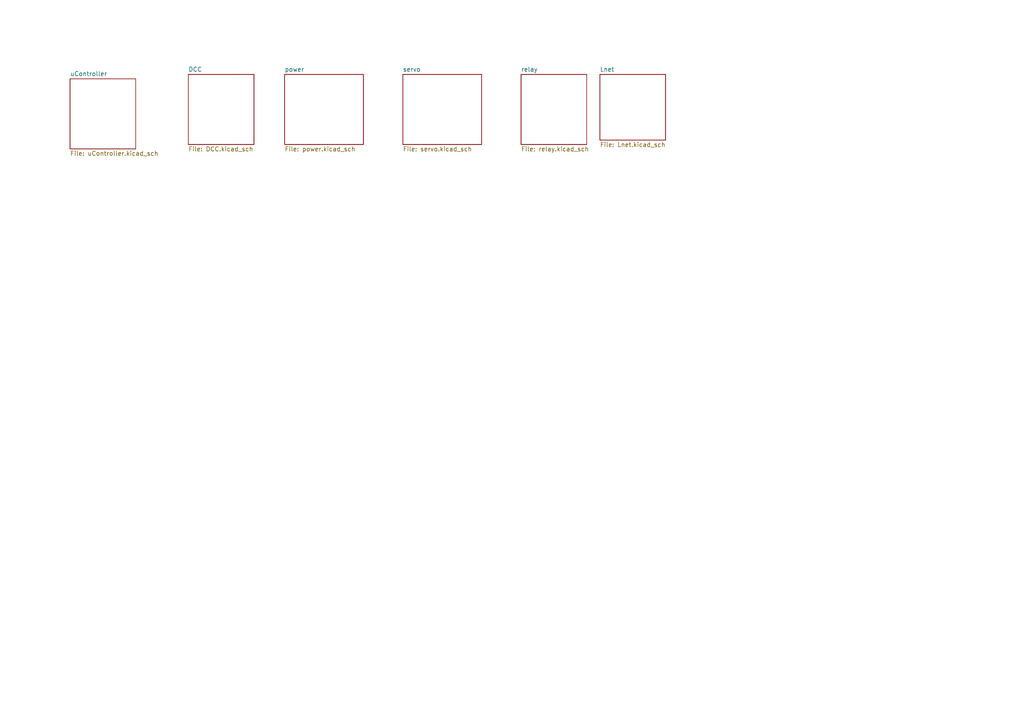
<source format=kicad_sch>
(kicad_sch (version 20211123) (generator eeschema)
  (paper "A4")
  (lib_symbols)
  (sheet (at 173.99 21.59) (size 19.05 19.05) (stroke (width 0.1524))
    (property "Sheet name" "Lnet" (at 173.99 20.8784 0) (effects (justify left bottom)))
    (property "Sheet file" "Lnet.kicad_sch" (at 173.99 41.2246 0) (effects (justify left top)))
  )
  (sheet (at 82.55 21.59) (size 22.86 20.32) (stroke (width 0.1524))
    (property "Sheet name" "power" (at 82.55 20.8784 0) (effects (justify left bottom)))
    (property "Sheet file" "power.kicad_sch" (at 82.55 42.4946 0) (effects (justify left top)))
  )
  (sheet (at 151.13 21.59) (size 19.05 20.32) (stroke (width 0.1524))
    (property "Sheet name" "relay" (at 151.13 20.8784 0) (effects (justify left bottom)))
    (property "Sheet file" "relay.kicad_sch" (at 151.13 42.4946 0) (effects (justify left top)))
  )
  (sheet (at 54.61 21.59) (size 19.05 20.32) (stroke (width 0.1524))
    (property "Sheet name" "DCC" (at 54.61 20.8784 0) (effects (justify left bottom)))
    (property "Sheet file" "DCC.kicad_sch" (at 54.61 42.4946 0) (effects (justify left top)))
  )
  (sheet (at 20.32 22.86) (size 19.05 20.32) (stroke (width 0.1524))
    (property "Sheet name" "uController" (at 20.32 22.1484 0) (effects (justify left bottom)))
    (property "Sheet file" "uController.kicad_sch" (at 20.32 43.7646 0) (effects (justify left top)))
  )
  (sheet (at 116.84 21.59) (size 22.86 20.32) (stroke (width 0.1524))
    (property "Sheet name" "servo" (at 116.84 20.8784 0) (effects (justify left bottom)))
    (property "Sheet file" "servo.kicad_sch" (at 116.84 42.4946 0) (effects (justify left top)))
  )
)
</source>
